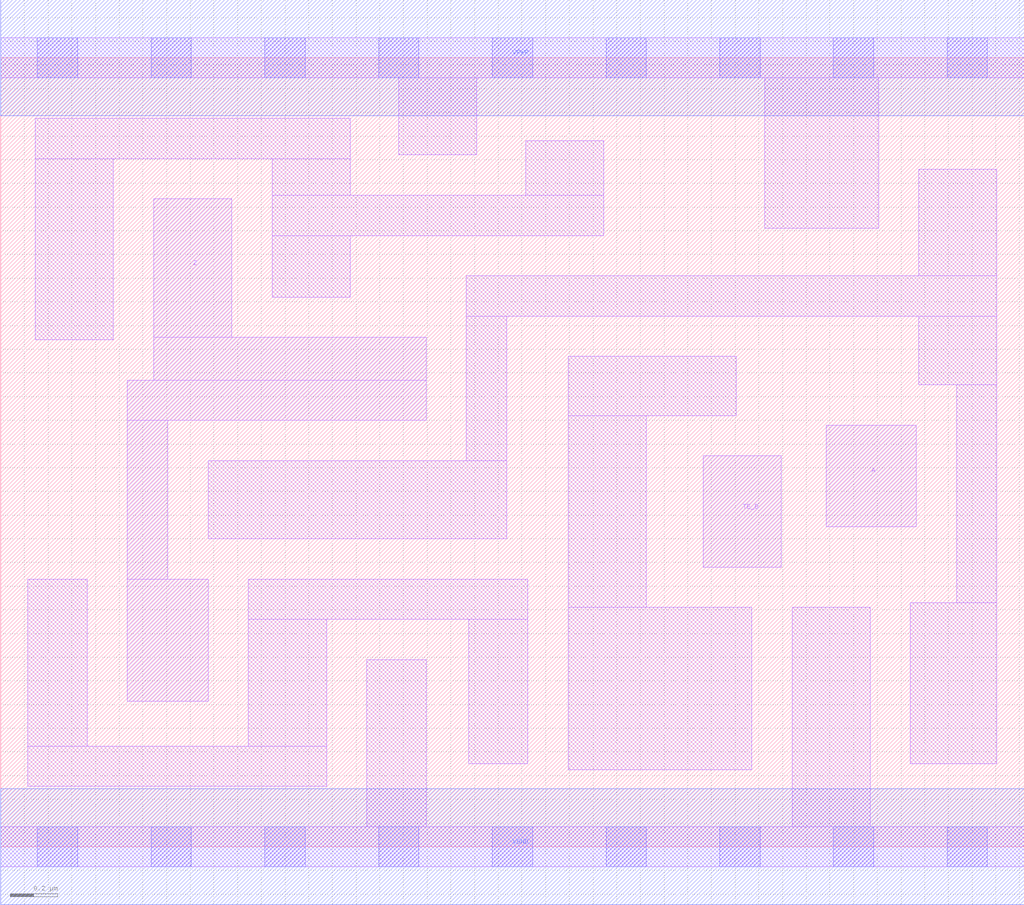
<source format=lef>
# Copyright 2020 The SkyWater PDK Authors
#
# Licensed under the Apache License, Version 2.0 (the "License");
# you may not use this file except in compliance with the License.
# You may obtain a copy of the License at
#
#     https://www.apache.org/licenses/LICENSE-2.0
#
# Unless required by applicable law or agreed to in writing, software
# distributed under the License is distributed on an "AS IS" BASIS,
# WITHOUT WARRANTIES OR CONDITIONS OF ANY KIND, either express or implied.
# See the License for the specific language governing permissions and
# limitations under the License.
#
# SPDX-License-Identifier: Apache-2.0

VERSION 5.7 ;
  NAMESCASESENSITIVE ON ;
  NOWIREEXTENSIONATPIN ON ;
  DIVIDERCHAR "/" ;
  BUSBITCHARS "[]" ;
UNITS
  DATABASE MICRONS 200 ;
END UNITS
MACRO sky130_fd_sc_ls__ebufn_2
  CLASS CORE ;
  FOREIGN sky130_fd_sc_ls__ebufn_2 ;
  ORIGIN  0.000000  0.000000 ;
  SIZE  4.320000 BY  3.330000 ;
  SYMMETRY X Y ;
  SITE unit ;
  PIN A
    ANTENNAGATEAREA  0.246000 ;
    DIRECTION INPUT ;
    USE SIGNAL ;
    PORT
      LAYER li1 ;
        RECT 3.485000 1.350000 3.865000 1.780000 ;
    END
  END A
  PIN TE_B
    ANTENNAGATEAREA  0.582000 ;
    DIRECTION INPUT ;
    USE SIGNAL ;
    PORT
      LAYER li1 ;
        RECT 2.965000 1.180000 3.295000 1.650000 ;
    END
  END TE_B
  PIN Z
    ANTENNADIFFAREA  0.599200 ;
    DIRECTION OUTPUT ;
    USE SIGNAL ;
    PORT
      LAYER li1 ;
        RECT 0.535000 0.615000 0.875000 1.130000 ;
        RECT 0.535000 1.130000 0.705000 1.800000 ;
        RECT 0.535000 1.800000 1.795000 1.970000 ;
        RECT 0.645000 1.970000 1.795000 2.150000 ;
        RECT 0.645000 2.150000 0.975000 2.735000 ;
    END
  END Z
  PIN VGND
    DIRECTION INOUT ;
    SHAPE ABUTMENT ;
    USE GROUND ;
    PORT
      LAYER met1 ;
        RECT 0.000000 -0.245000 4.320000 0.245000 ;
    END
  END VGND
  PIN VPWR
    DIRECTION INOUT ;
    SHAPE ABUTMENT ;
    USE POWER ;
    PORT
      LAYER met1 ;
        RECT 0.000000 3.085000 4.320000 3.575000 ;
    END
  END VPWR
  OBS
    LAYER li1 ;
      RECT 0.000000 -0.085000 4.320000 0.085000 ;
      RECT 0.000000  3.245000 4.320000 3.415000 ;
      RECT 0.115000  0.255000 1.375000 0.425000 ;
      RECT 0.115000  0.425000 0.365000 1.130000 ;
      RECT 0.145000  2.140000 0.475000 2.905000 ;
      RECT 0.145000  2.905000 1.475000 3.075000 ;
      RECT 0.875000  1.300000 2.135000 1.630000 ;
      RECT 1.045000  0.425000 1.375000 0.960000 ;
      RECT 1.045000  0.960000 2.225000 1.130000 ;
      RECT 1.145000  2.320000 1.475000 2.580000 ;
      RECT 1.145000  2.580000 2.545000 2.750000 ;
      RECT 1.145000  2.750000 1.475000 2.905000 ;
      RECT 1.545000  0.085000 1.795000 0.790000 ;
      RECT 1.680000  2.920000 2.010000 3.245000 ;
      RECT 1.965000  1.630000 2.135000 2.240000 ;
      RECT 1.965000  2.240000 4.205000 2.410000 ;
      RECT 1.975000  0.350000 2.225000 0.960000 ;
      RECT 2.215000  2.750000 2.545000 2.980000 ;
      RECT 2.395000  0.325000 3.170000 1.010000 ;
      RECT 2.395000  1.010000 2.725000 1.820000 ;
      RECT 2.395000  1.820000 3.105000 2.070000 ;
      RECT 3.225000  2.610000 3.705000 3.245000 ;
      RECT 3.340000  0.085000 3.670000 1.010000 ;
      RECT 3.840000  0.350000 4.205000 1.030000 ;
      RECT 3.875000  1.950000 4.205000 2.240000 ;
      RECT 3.875000  2.410000 4.205000 2.860000 ;
      RECT 4.035000  1.030000 4.205000 1.950000 ;
    LAYER mcon ;
      RECT 0.155000 -0.085000 0.325000 0.085000 ;
      RECT 0.155000  3.245000 0.325000 3.415000 ;
      RECT 0.635000 -0.085000 0.805000 0.085000 ;
      RECT 0.635000  3.245000 0.805000 3.415000 ;
      RECT 1.115000 -0.085000 1.285000 0.085000 ;
      RECT 1.115000  3.245000 1.285000 3.415000 ;
      RECT 1.595000 -0.085000 1.765000 0.085000 ;
      RECT 1.595000  3.245000 1.765000 3.415000 ;
      RECT 2.075000 -0.085000 2.245000 0.085000 ;
      RECT 2.075000  3.245000 2.245000 3.415000 ;
      RECT 2.555000 -0.085000 2.725000 0.085000 ;
      RECT 2.555000  3.245000 2.725000 3.415000 ;
      RECT 3.035000 -0.085000 3.205000 0.085000 ;
      RECT 3.035000  3.245000 3.205000 3.415000 ;
      RECT 3.515000 -0.085000 3.685000 0.085000 ;
      RECT 3.515000  3.245000 3.685000 3.415000 ;
      RECT 3.995000 -0.085000 4.165000 0.085000 ;
      RECT 3.995000  3.245000 4.165000 3.415000 ;
  END
END sky130_fd_sc_ls__ebufn_2
END LIBRARY

</source>
